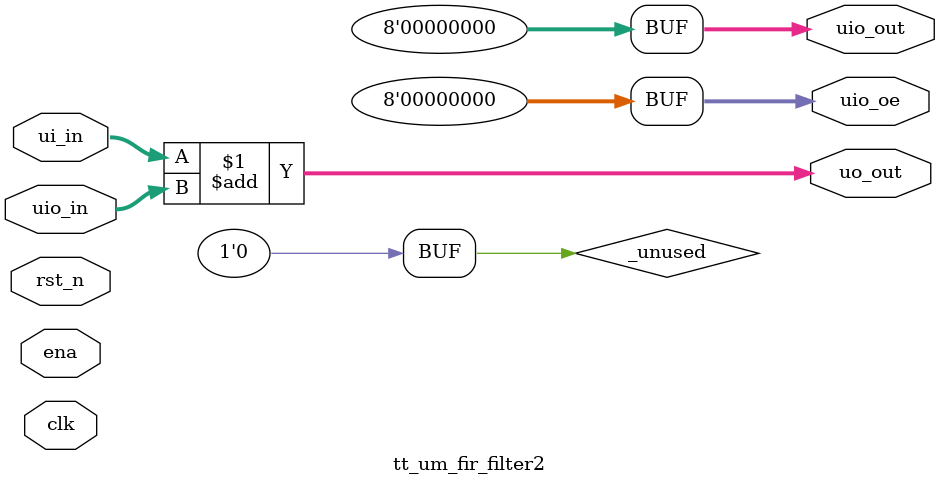
<source format=v>
/*
 * Copyright (c) 2024 Cameron Bedard and James Xie
 * SPDX-License-Identifier: Apache-2.0
 */

`default_nettype none

module tt_um_fir_filter2 (
    input  wire [7:0] ui_in,    // Dedicated inputs
    output wire [7:0] uo_out,   // Dedicated outputs
    input  wire [7:0] uio_in,   // IOs: Input path
    output wire [7:0] uio_out,  // IOs: Output path
    output wire [7:0] uio_oe,   // IOs: Enable path (active high: 0=input, 1=output)
    input  wire       ena,      // always 1 when the design is powered, so you can ignore it
    input  wire       clk,      // clock
    input  wire       rst_n     // reset_n - low to reset
);

  // All output pins must be assigned. If not used, assign to 0.
  assign uo_out  = ui_in + uio_in;  // Example: ou_out is the sum of ui_in and uio_in
  assign uio_out = 0;
  assign uio_oe  = 0;

  // List all unused inputs to prevent warnings
  wire _unused = &{ena, clk, rst_n, 1'b0};

endmodule

</source>
